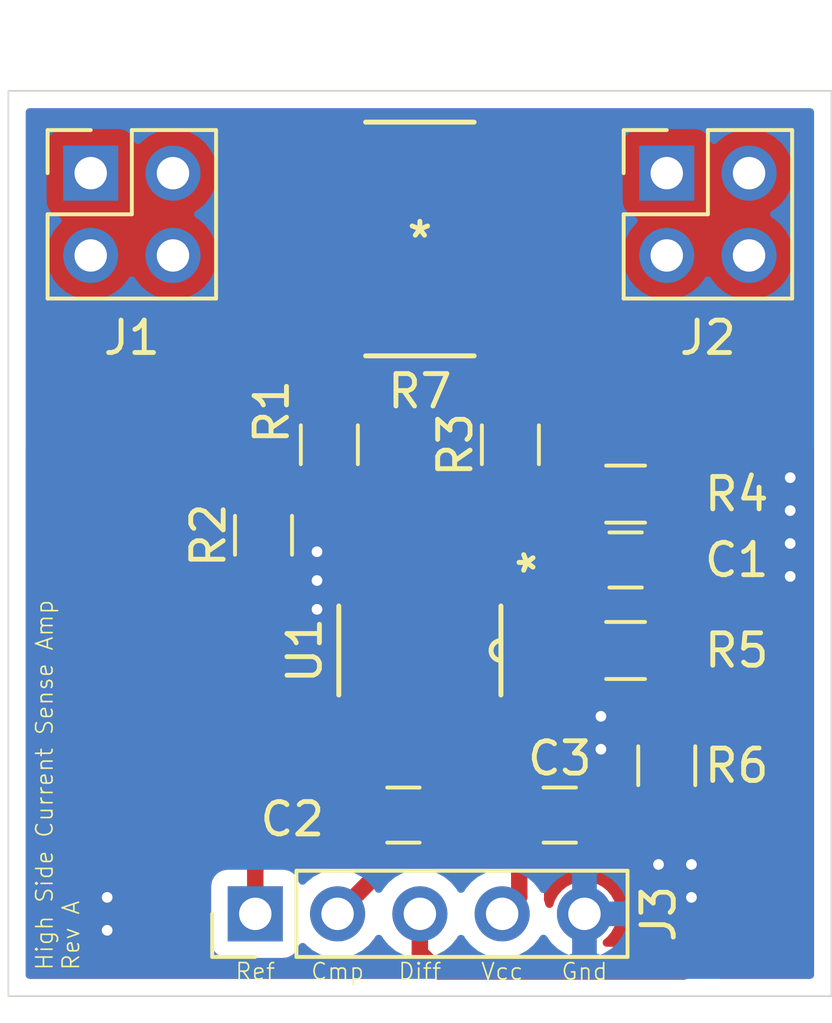
<source format=kicad_pcb>
(kicad_pcb (version 20171130) (host pcbnew "(5.1.0)-1")

  (general
    (thickness 1.6)
    (drawings 10)
    (tracks 63)
    (zones 0)
    (modules 14)
    (nets 11)
  )

  (page A4)
  (layers
    (0 F.Cu signal)
    (31 B.Cu power)
    (32 B.Adhes user hide)
    (33 F.Adhes user hide)
    (34 B.Paste user hide)
    (35 F.Paste user hide)
    (36 B.SilkS user)
    (37 F.SilkS user)
    (38 B.Mask user)
    (39 F.Mask user)
    (40 Dwgs.User user hide)
    (41 Cmts.User user hide)
    (42 Eco1.User user hide)
    (43 Eco2.User user hide)
    (44 Edge.Cuts user)
    (45 Margin user)
    (46 B.CrtYd user)
    (47 F.CrtYd user)
    (48 B.Fab user)
    (49 F.Fab user)
  )

  (setup
    (last_trace_width 0.508)
    (user_trace_width 0.508)
    (trace_clearance 0.1524)
    (zone_clearance 0.508)
    (zone_45_only no)
    (trace_min 0.1524)
    (via_size 0.6858)
    (via_drill 0.3302)
    (via_min_size 0.508)
    (via_min_drill 0.254)
    (uvia_size 0.3)
    (uvia_drill 0.1)
    (uvias_allowed no)
    (uvia_min_size 0)
    (uvia_min_drill 0)
    (edge_width 0.05)
    (segment_width 0.2)
    (pcb_text_width 0.3)
    (pcb_text_size 1.5 1.5)
    (mod_edge_width 0.12)
    (mod_text_size 1 1)
    (mod_text_width 0.15)
    (pad_size 1.524 1.524)
    (pad_drill 0.762)
    (pad_to_mask_clearance 0.0508)
    (solder_mask_min_width 0.101)
    (aux_axis_origin 0 0)
    (visible_elements FFFFFF7F)
    (pcbplotparams
      (layerselection 0x010fc_ffffffff)
      (usegerberextensions false)
      (usegerberattributes false)
      (usegerberadvancedattributes false)
      (creategerberjobfile false)
      (excludeedgelayer true)
      (linewidth 0.038100)
      (plotframeref false)
      (viasonmask false)
      (mode 1)
      (useauxorigin false)
      (hpglpennumber 1)
      (hpglpenspeed 20)
      (hpglpendiameter 15.000000)
      (psnegative false)
      (psa4output false)
      (plotreference true)
      (plotvalue true)
      (plotinvisibletext false)
      (padsonsilk false)
      (subtractmaskfromsilk false)
      (outputformat 1)
      (mirror false)
      (drillshape 1)
      (scaleselection 1)
      (outputdirectory ""))
  )

  (net 0 "")
  (net 1 /Diff_Out)
  (net 2 "Net-(C1-Pad2)")
  (net 3 "Net-(C2-Pad2)")
  (net 4 /Cmp_Out)
  (net 5 GND)
  (net 6 VCC)
  (net 7 /Bus_Voltage)
  (net 8 /Load)
  (net 9 /Cmp_Ref_In)
  (net 10 "Net-(R1-Pad1)")

  (net_class Default "This is the default net class."
    (clearance 0.1524)
    (trace_width 0.1524)
    (via_dia 0.6858)
    (via_drill 0.3302)
    (uvia_dia 0.3)
    (uvia_drill 0.1)
    (add_net /Bus_Voltage)
    (add_net /Cmp_Out)
    (add_net /Cmp_Ref_In)
    (add_net /Diff_Out)
    (add_net /Load)
    (add_net GND)
    (add_net "Net-(C1-Pad2)")
    (add_net "Net-(C2-Pad2)")
    (add_net "Net-(R1-Pad1)")
    (add_net VCC)
  )

  (net_class VCC ""
    (clearance 0.254)
    (trace_width 0.508)
    (via_dia 1.016)
    (via_drill 0.508)
    (uvia_dia 0.3)
    (uvia_drill 0.1)
  )

  (module Pin_Headers:Pin_Header_Straight_2x02_Pitch2.54mm (layer F.Cu) (tedit 59650532) (tstamp 601B7786)
    (at 121.92 66.04)
    (descr "Through hole straight pin header, 2x02, 2.54mm pitch, double rows")
    (tags "Through hole pin header THT 2x02 2.54mm double row")
    (path /602C6064)
    (fp_text reference J2 (at 1.27 5.08) (layer F.SilkS)
      (effects (font (size 1 1) (thickness 0.15)))
    )
    (fp_text value Conn_01x04_Male (at 1.27 4.87) (layer F.Fab) hide
      (effects (font (size 1 1) (thickness 0.15)))
    )
    (fp_line (start 0 -1.27) (end 3.81 -1.27) (layer F.Fab) (width 0.1))
    (fp_line (start 3.81 -1.27) (end 3.81 3.81) (layer F.Fab) (width 0.1))
    (fp_line (start 3.81 3.81) (end -1.27 3.81) (layer F.Fab) (width 0.1))
    (fp_line (start -1.27 3.81) (end -1.27 0) (layer F.Fab) (width 0.1))
    (fp_line (start -1.27 0) (end 0 -1.27) (layer F.Fab) (width 0.1))
    (fp_line (start -1.33 3.87) (end 3.87 3.87) (layer F.SilkS) (width 0.12))
    (fp_line (start -1.33 1.27) (end -1.33 3.87) (layer F.SilkS) (width 0.12))
    (fp_line (start 3.87 -1.33) (end 3.87 3.87) (layer F.SilkS) (width 0.12))
    (fp_line (start -1.33 1.27) (end 1.27 1.27) (layer F.SilkS) (width 0.12))
    (fp_line (start 1.27 1.27) (end 1.27 -1.33) (layer F.SilkS) (width 0.12))
    (fp_line (start 1.27 -1.33) (end 3.87 -1.33) (layer F.SilkS) (width 0.12))
    (fp_line (start -1.33 0) (end -1.33 -1.33) (layer F.SilkS) (width 0.12))
    (fp_line (start -1.33 -1.33) (end 0 -1.33) (layer F.SilkS) (width 0.12))
    (fp_line (start -1.8 -1.8) (end -1.8 4.35) (layer F.CrtYd) (width 0.05))
    (fp_line (start -1.8 4.35) (end 4.35 4.35) (layer F.CrtYd) (width 0.05))
    (fp_line (start 4.35 4.35) (end 4.35 -1.8) (layer F.CrtYd) (width 0.05))
    (fp_line (start 4.35 -1.8) (end -1.8 -1.8) (layer F.CrtYd) (width 0.05))
    (fp_text user %R (at 1.27 1.27 90) (layer F.Fab)
      (effects (font (size 1 1) (thickness 0.15)))
    )
    (pad 1 thru_hole rect (at 0 0) (size 1.7 1.7) (drill 1) (layers *.Cu *.Mask)
      (net 8 /Load))
    (pad 2 thru_hole oval (at 2.54 0) (size 1.7 1.7) (drill 1) (layers *.Cu *.Mask)
      (net 8 /Load))
    (pad 3 thru_hole oval (at 0 2.54) (size 1.7 1.7) (drill 1) (layers *.Cu *.Mask)
      (net 8 /Load))
    (pad 4 thru_hole oval (at 2.54 2.54) (size 1.7 1.7) (drill 1) (layers *.Cu *.Mask)
      (net 8 /Load))
    (model ${KISYS3DMOD}/Pin_Headers.3dshapes/Pin_Header_Straight_2x02_Pitch2.54mm.wrl
      (at (xyz 0 0 0))
      (scale (xyz 1 1 1))
      (rotate (xyz 0 0 0))
    )
  )

  (module Pin_Headers:Pin_Header_Straight_2x02_Pitch2.54mm (layer F.Cu) (tedit 59650532) (tstamp 601CA799)
    (at 104.14 66.04)
    (descr "Through hole straight pin header, 2x02, 2.54mm pitch, double rows")
    (tags "Through hole pin header THT 2x02 2.54mm double row")
    (path /602B6F0F)
    (fp_text reference J1 (at 1.27 5.08) (layer F.SilkS)
      (effects (font (size 1 1) (thickness 0.15)))
    )
    (fp_text value Conn_01x04_Male (at 1.27 4.87) (layer F.Fab) hide
      (effects (font (size 1 1) (thickness 0.15)))
    )
    (fp_line (start 0 -1.27) (end 3.81 -1.27) (layer F.Fab) (width 0.1))
    (fp_line (start 3.81 -1.27) (end 3.81 3.81) (layer F.Fab) (width 0.1))
    (fp_line (start 3.81 3.81) (end -1.27 3.81) (layer F.Fab) (width 0.1))
    (fp_line (start -1.27 3.81) (end -1.27 0) (layer F.Fab) (width 0.1))
    (fp_line (start -1.27 0) (end 0 -1.27) (layer F.Fab) (width 0.1))
    (fp_line (start -1.33 3.87) (end 3.87 3.87) (layer F.SilkS) (width 0.12))
    (fp_line (start -1.33 1.27) (end -1.33 3.87) (layer F.SilkS) (width 0.12))
    (fp_line (start 3.87 -1.33) (end 3.87 3.87) (layer F.SilkS) (width 0.12))
    (fp_line (start -1.33 1.27) (end 1.27 1.27) (layer F.SilkS) (width 0.12))
    (fp_line (start 1.27 1.27) (end 1.27 -1.33) (layer F.SilkS) (width 0.12))
    (fp_line (start 1.27 -1.33) (end 3.87 -1.33) (layer F.SilkS) (width 0.12))
    (fp_line (start -1.33 0) (end -1.33 -1.33) (layer F.SilkS) (width 0.12))
    (fp_line (start -1.33 -1.33) (end 0 -1.33) (layer F.SilkS) (width 0.12))
    (fp_line (start -1.8 -1.8) (end -1.8 4.35) (layer F.CrtYd) (width 0.05))
    (fp_line (start -1.8 4.35) (end 4.35 4.35) (layer F.CrtYd) (width 0.05))
    (fp_line (start 4.35 4.35) (end 4.35 -1.8) (layer F.CrtYd) (width 0.05))
    (fp_line (start 4.35 -1.8) (end -1.8 -1.8) (layer F.CrtYd) (width 0.05))
    (fp_text user %R (at 1.27 1.27 90) (layer F.Fab)
      (effects (font (size 1 1) (thickness 0.15)))
    )
    (pad 1 thru_hole rect (at 0 0) (size 1.7 1.7) (drill 1) (layers *.Cu *.Mask)
      (net 7 /Bus_Voltage))
    (pad 2 thru_hole oval (at 2.54 0) (size 1.7 1.7) (drill 1) (layers *.Cu *.Mask)
      (net 7 /Bus_Voltage))
    (pad 3 thru_hole oval (at 0 2.54) (size 1.7 1.7) (drill 1) (layers *.Cu *.Mask)
      (net 7 /Bus_Voltage))
    (pad 4 thru_hole oval (at 2.54 2.54) (size 1.7 1.7) (drill 1) (layers *.Cu *.Mask)
      (net 7 /Bus_Voltage))
    (model ${KISYS3DMOD}/Pin_Headers.3dshapes/Pin_Header_Straight_2x02_Pitch2.54mm.wrl
      (at (xyz 0 0 0))
      (scale (xyz 1 1 1))
      (rotate (xyz 0 0 0))
    )
  )

  (module Pin_Headers:Pin_Header_Straight_1x05_Pitch2.54mm (layer F.Cu) (tedit 59650532) (tstamp 601B4E60)
    (at 109.22 88.9 90)
    (descr "Through hole straight pin header, 1x05, 2.54mm pitch, single row")
    (tags "Through hole pin header THT 1x05 2.54mm single row")
    (path /6023F662)
    (fp_text reference J3 (at 0 12.446 90) (layer F.SilkS)
      (effects (font (size 1 1) (thickness 0.15)))
    )
    (fp_text value Conn_01x05_Male (at 0 12.49 90) (layer F.Fab) hide
      (effects (font (size 1 1) (thickness 0.15)))
    )
    (fp_line (start -0.635 -1.27) (end 1.27 -1.27) (layer F.Fab) (width 0.1))
    (fp_line (start 1.27 -1.27) (end 1.27 11.43) (layer F.Fab) (width 0.1))
    (fp_line (start 1.27 11.43) (end -1.27 11.43) (layer F.Fab) (width 0.1))
    (fp_line (start -1.27 11.43) (end -1.27 -0.635) (layer F.Fab) (width 0.1))
    (fp_line (start -1.27 -0.635) (end -0.635 -1.27) (layer F.Fab) (width 0.1))
    (fp_line (start -1.33 11.49) (end 1.33 11.49) (layer F.SilkS) (width 0.12))
    (fp_line (start -1.33 1.27) (end -1.33 11.49) (layer F.SilkS) (width 0.12))
    (fp_line (start 1.33 1.27) (end 1.33 11.49) (layer F.SilkS) (width 0.12))
    (fp_line (start -1.33 1.27) (end 1.33 1.27) (layer F.SilkS) (width 0.12))
    (fp_line (start -1.33 0) (end -1.33 -1.33) (layer F.SilkS) (width 0.12))
    (fp_line (start -1.33 -1.33) (end 0 -1.33) (layer F.SilkS) (width 0.12))
    (fp_line (start -1.8 -1.8) (end -1.8 11.95) (layer F.CrtYd) (width 0.05))
    (fp_line (start -1.8 11.95) (end 1.8 11.95) (layer F.CrtYd) (width 0.05))
    (fp_line (start 1.8 11.95) (end 1.8 -1.8) (layer F.CrtYd) (width 0.05))
    (fp_line (start 1.8 -1.8) (end -1.8 -1.8) (layer F.CrtYd) (width 0.05))
    (fp_text user %R (at 0 5.08 180) (layer F.Fab)
      (effects (font (size 1 1) (thickness 0.15)))
    )
    (pad 1 thru_hole rect (at 0 0 90) (size 1.7 1.7) (drill 1) (layers *.Cu *.Mask)
      (net 9 /Cmp_Ref_In))
    (pad 2 thru_hole oval (at 0 2.54 90) (size 1.7 1.7) (drill 1) (layers *.Cu *.Mask)
      (net 4 /Cmp_Out))
    (pad 3 thru_hole oval (at 0 5.08 90) (size 1.7 1.7) (drill 1) (layers *.Cu *.Mask)
      (net 1 /Diff_Out))
    (pad 4 thru_hole oval (at 0 7.62 90) (size 1.7 1.7) (drill 1) (layers *.Cu *.Mask)
      (net 6 VCC))
    (pad 5 thru_hole oval (at 0 10.16 90) (size 1.7 1.7) (drill 1) (layers *.Cu *.Mask)
      (net 5 GND))
    (model ${KISYS3DMOD}/Pin_Headers.3dshapes/Pin_Header_Straight_1x05_Pitch2.54mm.wrl
      (at (xyz 0 0 0))
      (scale (xyz 1 1 1))
      (rotate (xyz 0 0 0))
    )
  )

  (module Capacitors_SMD:C_0805_HandSoldering (layer F.Cu) (tedit 58AA84A8) (tstamp 601B4DCE)
    (at 120.65 77.978 180)
    (descr "Capacitor SMD 0805, hand soldering")
    (tags "capacitor 0805")
    (path /602286D5)
    (attr smd)
    (fp_text reference C1 (at -3.429 0 180) (layer F.SilkS)
      (effects (font (size 1 1) (thickness 0.15)))
    )
    (fp_text value 1nF (at 0 1.75 180) (layer F.Fab) hide
      (effects (font (size 1 1) (thickness 0.15)))
    )
    (fp_text user %R (at -0.127 0 180) (layer F.Fab)
      (effects (font (size 0.5 0.5) (thickness 0.075)))
    )
    (fp_line (start -1 0.62) (end -1 -0.62) (layer F.Fab) (width 0.1))
    (fp_line (start 1 0.62) (end -1 0.62) (layer F.Fab) (width 0.1))
    (fp_line (start 1 -0.62) (end 1 0.62) (layer F.Fab) (width 0.1))
    (fp_line (start -1 -0.62) (end 1 -0.62) (layer F.Fab) (width 0.1))
    (fp_line (start 0.5 -0.85) (end -0.5 -0.85) (layer F.SilkS) (width 0.12))
    (fp_line (start -0.5 0.85) (end 0.5 0.85) (layer F.SilkS) (width 0.12))
    (fp_line (start -2.25 -0.88) (end 2.25 -0.88) (layer F.CrtYd) (width 0.05))
    (fp_line (start -2.25 -0.88) (end -2.25 0.87) (layer F.CrtYd) (width 0.05))
    (fp_line (start 2.25 0.87) (end 2.25 -0.88) (layer F.CrtYd) (width 0.05))
    (fp_line (start 2.25 0.87) (end -2.25 0.87) (layer F.CrtYd) (width 0.05))
    (pad 1 smd rect (at -1.25 0 180) (size 1.5 1.25) (layers F.Cu F.Paste F.Mask)
      (net 1 /Diff_Out))
    (pad 2 smd rect (at 1.25 0 180) (size 1.5 1.25) (layers F.Cu F.Paste F.Mask)
      (net 2 "Net-(C1-Pad2)"))
    (model Capacitors_SMD.3dshapes/C_0805.wrl
      (at (xyz 0 0 0))
      (scale (xyz 1 1 1))
      (rotate (xyz 0 0 0))
    )
  )

  (module Capacitors_SMD:C_0805_HandSoldering (layer F.Cu) (tedit 58AA84A8) (tstamp 601B4DDF)
    (at 113.792 85.852 180)
    (descr "Capacitor SMD 0805, hand soldering")
    (tags "capacitor 0805")
    (path /602310D6)
    (attr smd)
    (fp_text reference C2 (at 3.429 -0.127 180) (layer F.SilkS)
      (effects (font (size 1 1) (thickness 0.15)))
    )
    (fp_text value 1nF (at 0 1.75 180) (layer F.Fab) hide
      (effects (font (size 1 1) (thickness 0.15)))
    )
    (fp_line (start 2.25 0.87) (end -2.25 0.87) (layer F.CrtYd) (width 0.05))
    (fp_line (start 2.25 0.87) (end 2.25 -0.88) (layer F.CrtYd) (width 0.05))
    (fp_line (start -2.25 -0.88) (end -2.25 0.87) (layer F.CrtYd) (width 0.05))
    (fp_line (start -2.25 -0.88) (end 2.25 -0.88) (layer F.CrtYd) (width 0.05))
    (fp_line (start -0.5 0.85) (end 0.5 0.85) (layer F.SilkS) (width 0.12))
    (fp_line (start 0.5 -0.85) (end -0.5 -0.85) (layer F.SilkS) (width 0.12))
    (fp_line (start -1 -0.62) (end 1 -0.62) (layer F.Fab) (width 0.1))
    (fp_line (start 1 -0.62) (end 1 0.62) (layer F.Fab) (width 0.1))
    (fp_line (start 1 0.62) (end -1 0.62) (layer F.Fab) (width 0.1))
    (fp_line (start -1 0.62) (end -1 -0.62) (layer F.Fab) (width 0.1))
    (fp_text user %R (at 0 -0.127 180) (layer F.Fab)
      (effects (font (size 0.5 0.5) (thickness 0.075)))
    )
    (pad 2 smd rect (at 1.25 0 180) (size 1.5 1.25) (layers F.Cu F.Paste F.Mask)
      (net 3 "Net-(C2-Pad2)"))
    (pad 1 smd rect (at -1.25 0 180) (size 1.5 1.25) (layers F.Cu F.Paste F.Mask)
      (net 4 /Cmp_Out))
    (model Capacitors_SMD.3dshapes/C_0805.wrl
      (at (xyz 0 0 0))
      (scale (xyz 1 1 1))
      (rotate (xyz 0 0 0))
    )
  )

  (module Capacitors_SMD:C_0805_HandSoldering (layer F.Cu) (tedit 58AA84A8) (tstamp 601B4DF0)
    (at 118.618 85.852)
    (descr "Capacitor SMD 0805, hand soldering")
    (tags "capacitor 0805")
    (path /6020F9DC)
    (attr smd)
    (fp_text reference C3 (at 0 -1.75) (layer F.SilkS)
      (effects (font (size 1 1) (thickness 0.15)))
    )
    (fp_text value 0.1uF (at 0 1.75) (layer F.Fab) hide
      (effects (font (size 1 1) (thickness 0.15)))
    )
    (fp_line (start 2.25 0.87) (end -2.25 0.87) (layer F.CrtYd) (width 0.05))
    (fp_line (start 2.25 0.87) (end 2.25 -0.88) (layer F.CrtYd) (width 0.05))
    (fp_line (start -2.25 -0.88) (end -2.25 0.87) (layer F.CrtYd) (width 0.05))
    (fp_line (start -2.25 -0.88) (end 2.25 -0.88) (layer F.CrtYd) (width 0.05))
    (fp_line (start -0.5 0.85) (end 0.5 0.85) (layer F.SilkS) (width 0.12))
    (fp_line (start 0.5 -0.85) (end -0.5 -0.85) (layer F.SilkS) (width 0.12))
    (fp_line (start -1 -0.62) (end 1 -0.62) (layer F.Fab) (width 0.1))
    (fp_line (start 1 -0.62) (end 1 0.62) (layer F.Fab) (width 0.1))
    (fp_line (start 1 0.62) (end -1 0.62) (layer F.Fab) (width 0.1))
    (fp_line (start -1 0.62) (end -1 -0.62) (layer F.Fab) (width 0.1))
    (fp_text user %R (at 0 -1.75) (layer F.Fab)
      (effects (font (size 1 1) (thickness 0.15)))
    )
    (pad 2 smd rect (at 1.25 0) (size 1.5 1.25) (layers F.Cu F.Paste F.Mask)
      (net 5 GND))
    (pad 1 smd rect (at -1.25 0) (size 1.5 1.25) (layers F.Cu F.Paste F.Mask)
      (net 6 VCC))
    (model Capacitors_SMD.3dshapes/C_0805.wrl
      (at (xyz 0 0 0))
      (scale (xyz 1 1 1))
      (rotate (xyz 0 0 0))
    )
  )

  (module Resistors_SMD:R_0805_HandSoldering (layer F.Cu) (tedit 58E0A804) (tstamp 601B4E71)
    (at 111.506 74.422 90)
    (descr "Resistor SMD 0805, hand soldering")
    (tags "resistor 0805")
    (path /601B67CB)
    (attr smd)
    (fp_text reference R1 (at 1.016 -1.778 90) (layer F.SilkS)
      (effects (font (size 1 1) (thickness 0.15)))
    )
    (fp_text value 1k (at 0 1.75 90) (layer F.Fab) hide
      (effects (font (size 1 1) (thickness 0.15)))
    )
    (fp_text user %R (at 0 0 90) (layer F.Fab)
      (effects (font (size 0.5 0.5) (thickness 0.075)))
    )
    (fp_line (start -1 0.62) (end -1 -0.62) (layer F.Fab) (width 0.1))
    (fp_line (start 1 0.62) (end -1 0.62) (layer F.Fab) (width 0.1))
    (fp_line (start 1 -0.62) (end 1 0.62) (layer F.Fab) (width 0.1))
    (fp_line (start -1 -0.62) (end 1 -0.62) (layer F.Fab) (width 0.1))
    (fp_line (start 0.6 0.88) (end -0.6 0.88) (layer F.SilkS) (width 0.12))
    (fp_line (start -0.6 -0.88) (end 0.6 -0.88) (layer F.SilkS) (width 0.12))
    (fp_line (start -2.35 -0.9) (end 2.35 -0.9) (layer F.CrtYd) (width 0.05))
    (fp_line (start -2.35 -0.9) (end -2.35 0.9) (layer F.CrtYd) (width 0.05))
    (fp_line (start 2.35 0.9) (end 2.35 -0.9) (layer F.CrtYd) (width 0.05))
    (fp_line (start 2.35 0.9) (end -2.35 0.9) (layer F.CrtYd) (width 0.05))
    (pad 1 smd rect (at -1.35 0 90) (size 1.5 1.3) (layers F.Cu F.Paste F.Mask)
      (net 10 "Net-(R1-Pad1)"))
    (pad 2 smd rect (at 1.35 0 90) (size 1.5 1.3) (layers F.Cu F.Paste F.Mask)
      (net 7 /Bus_Voltage))
    (model ${KISYS3DMOD}/Resistors_SMD.3dshapes/R_0805.wrl
      (at (xyz 0 0 0))
      (scale (xyz 1 1 1))
      (rotate (xyz 0 0 0))
    )
  )

  (module Resistors_SMD:R_0805_HandSoldering (layer F.Cu) (tedit 58E0A804) (tstamp 601B6CCF)
    (at 109.474 77.216 90)
    (descr "Resistor SMD 0805, hand soldering")
    (tags "resistor 0805")
    (path /601B2C18)
    (attr smd)
    (fp_text reference R2 (at 0 -1.7 90) (layer F.SilkS)
      (effects (font (size 1 1) (thickness 0.15)))
    )
    (fp_text value 20k (at 0 1.75 90) (layer F.Fab) hide
      (effects (font (size 1 1) (thickness 0.15)))
    )
    (fp_line (start 2.35 0.9) (end -2.35 0.9) (layer F.CrtYd) (width 0.05))
    (fp_line (start 2.35 0.9) (end 2.35 -0.9) (layer F.CrtYd) (width 0.05))
    (fp_line (start -2.35 -0.9) (end -2.35 0.9) (layer F.CrtYd) (width 0.05))
    (fp_line (start -2.35 -0.9) (end 2.35 -0.9) (layer F.CrtYd) (width 0.05))
    (fp_line (start -0.6 -0.88) (end 0.6 -0.88) (layer F.SilkS) (width 0.12))
    (fp_line (start 0.6 0.88) (end -0.6 0.88) (layer F.SilkS) (width 0.12))
    (fp_line (start -1 -0.62) (end 1 -0.62) (layer F.Fab) (width 0.1))
    (fp_line (start 1 -0.62) (end 1 0.62) (layer F.Fab) (width 0.1))
    (fp_line (start 1 0.62) (end -1 0.62) (layer F.Fab) (width 0.1))
    (fp_line (start -1 0.62) (end -1 -0.62) (layer F.Fab) (width 0.1))
    (fp_text user %R (at 0 0 90) (layer F.Fab)
      (effects (font (size 0.5 0.5) (thickness 0.075)))
    )
    (pad 2 smd rect (at 1.35 0 90) (size 1.5 1.3) (layers F.Cu F.Paste F.Mask)
      (net 10 "Net-(R1-Pad1)"))
    (pad 1 smd rect (at -1.35 0 90) (size 1.5 1.3) (layers F.Cu F.Paste F.Mask)
      (net 5 GND))
    (model ${KISYS3DMOD}/Resistors_SMD.3dshapes/R_0805.wrl
      (at (xyz 0 0 0))
      (scale (xyz 1 1 1))
      (rotate (xyz 0 0 0))
    )
  )

  (module Resistors_SMD:R_0805_HandSoldering (layer F.Cu) (tedit 58E0A804) (tstamp 601B4E93)
    (at 117.094 74.422 90)
    (descr "Resistor SMD 0805, hand soldering")
    (tags "resistor 0805")
    (path /601B43FB)
    (attr smd)
    (fp_text reference R3 (at 0 -1.7 90) (layer F.SilkS)
      (effects (font (size 1 1) (thickness 0.15)))
    )
    (fp_text value 1k (at 0 1.75 90) (layer F.Fab) hide
      (effects (font (size 1 1) (thickness 0.15)))
    )
    (fp_text user %R (at 0 0 90) (layer F.Fab)
      (effects (font (size 0.5 0.5) (thickness 0.075)))
    )
    (fp_line (start -1 0.62) (end -1 -0.62) (layer F.Fab) (width 0.1))
    (fp_line (start 1 0.62) (end -1 0.62) (layer F.Fab) (width 0.1))
    (fp_line (start 1 -0.62) (end 1 0.62) (layer F.Fab) (width 0.1))
    (fp_line (start -1 -0.62) (end 1 -0.62) (layer F.Fab) (width 0.1))
    (fp_line (start 0.6 0.88) (end -0.6 0.88) (layer F.SilkS) (width 0.12))
    (fp_line (start -0.6 -0.88) (end 0.6 -0.88) (layer F.SilkS) (width 0.12))
    (fp_line (start -2.35 -0.9) (end 2.35 -0.9) (layer F.CrtYd) (width 0.05))
    (fp_line (start -2.35 -0.9) (end -2.35 0.9) (layer F.CrtYd) (width 0.05))
    (fp_line (start 2.35 0.9) (end 2.35 -0.9) (layer F.CrtYd) (width 0.05))
    (fp_line (start 2.35 0.9) (end -2.35 0.9) (layer F.CrtYd) (width 0.05))
    (pad 1 smd rect (at -1.35 0 90) (size 1.5 1.3) (layers F.Cu F.Paste F.Mask)
      (net 2 "Net-(C1-Pad2)"))
    (pad 2 smd rect (at 1.35 0 90) (size 1.5 1.3) (layers F.Cu F.Paste F.Mask)
      (net 8 /Load))
    (model ${KISYS3DMOD}/Resistors_SMD.3dshapes/R_0805.wrl
      (at (xyz 0 0 0))
      (scale (xyz 1 1 1))
      (rotate (xyz 0 0 0))
    )
  )

  (module Resistors_SMD:R_0805_HandSoldering (layer F.Cu) (tedit 58E0A804) (tstamp 601B4EA4)
    (at 120.65 75.946 180)
    (descr "Resistor SMD 0805, hand soldering")
    (tags "resistor 0805")
    (path /601B56B7)
    (attr smd)
    (fp_text reference R4 (at -3.429 0 180) (layer F.SilkS)
      (effects (font (size 1 1) (thickness 0.15)))
    )
    (fp_text value 20k (at 0 1.75 180) (layer F.Fab) hide
      (effects (font (size 1 1) (thickness 0.15)))
    )
    (fp_line (start 2.35 0.9) (end -2.35 0.9) (layer F.CrtYd) (width 0.05))
    (fp_line (start 2.35 0.9) (end 2.35 -0.9) (layer F.CrtYd) (width 0.05))
    (fp_line (start -2.35 -0.9) (end -2.35 0.9) (layer F.CrtYd) (width 0.05))
    (fp_line (start -2.35 -0.9) (end 2.35 -0.9) (layer F.CrtYd) (width 0.05))
    (fp_line (start -0.6 -0.88) (end 0.6 -0.88) (layer F.SilkS) (width 0.12))
    (fp_line (start 0.6 0.88) (end -0.6 0.88) (layer F.SilkS) (width 0.12))
    (fp_line (start -1 -0.62) (end 1 -0.62) (layer F.Fab) (width 0.1))
    (fp_line (start 1 -0.62) (end 1 0.62) (layer F.Fab) (width 0.1))
    (fp_line (start 1 0.62) (end -1 0.62) (layer F.Fab) (width 0.1))
    (fp_line (start -1 0.62) (end -1 -0.62) (layer F.Fab) (width 0.1))
    (fp_text user %R (at 0 0 180) (layer F.Fab)
      (effects (font (size 0.5 0.5) (thickness 0.075)))
    )
    (pad 2 smd rect (at 1.35 0 180) (size 1.5 1.3) (layers F.Cu F.Paste F.Mask)
      (net 2 "Net-(C1-Pad2)"))
    (pad 1 smd rect (at -1.35 0 180) (size 1.5 1.3) (layers F.Cu F.Paste F.Mask)
      (net 1 /Diff_Out))
    (model ${KISYS3DMOD}/Resistors_SMD.3dshapes/R_0805.wrl
      (at (xyz 0 0 0))
      (scale (xyz 1 1 1))
      (rotate (xyz 0 0 0))
    )
  )

  (module Resistors_SMD:R_0805_HandSoldering (layer F.Cu) (tedit 58E0A804) (tstamp 601B4EB5)
    (at 120.65 80.772)
    (descr "Resistor SMD 0805, hand soldering")
    (tags "resistor 0805")
    (path /601DDB5F)
    (attr smd)
    (fp_text reference R5 (at 3.429 0) (layer F.SilkS)
      (effects (font (size 1 1) (thickness 0.15)))
    )
    (fp_text value 10k (at 0 1.75) (layer F.Fab) hide
      (effects (font (size 1 1) (thickness 0.15)))
    )
    (fp_line (start 2.35 0.9) (end -2.35 0.9) (layer F.CrtYd) (width 0.05))
    (fp_line (start 2.35 0.9) (end 2.35 -0.9) (layer F.CrtYd) (width 0.05))
    (fp_line (start -2.35 -0.9) (end -2.35 0.9) (layer F.CrtYd) (width 0.05))
    (fp_line (start -2.35 -0.9) (end 2.35 -0.9) (layer F.CrtYd) (width 0.05))
    (fp_line (start -0.6 -0.88) (end 0.6 -0.88) (layer F.SilkS) (width 0.12))
    (fp_line (start 0.6 0.88) (end -0.6 0.88) (layer F.SilkS) (width 0.12))
    (fp_line (start -1 -0.62) (end 1 -0.62) (layer F.Fab) (width 0.1))
    (fp_line (start 1 -0.62) (end 1 0.62) (layer F.Fab) (width 0.1))
    (fp_line (start 1 0.62) (end -1 0.62) (layer F.Fab) (width 0.1))
    (fp_line (start -1 0.62) (end -1 -0.62) (layer F.Fab) (width 0.1))
    (fp_text user %R (at 0 0) (layer F.Fab)
      (effects (font (size 0.5 0.5) (thickness 0.075)))
    )
    (pad 2 smd rect (at 1.35 0) (size 1.5 1.3) (layers F.Cu F.Paste F.Mask)
      (net 1 /Diff_Out))
    (pad 1 smd rect (at -1.35 0) (size 1.5 1.3) (layers F.Cu F.Paste F.Mask)
      (net 3 "Net-(C2-Pad2)"))
    (model ${KISYS3DMOD}/Resistors_SMD.3dshapes/R_0805.wrl
      (at (xyz 0 0 0))
      (scale (xyz 1 1 1))
      (rotate (xyz 0 0 0))
    )
  )

  (module Resistors_SMD:R_0805_HandSoldering (layer F.Cu) (tedit 58E0A804) (tstamp 601B4EC6)
    (at 121.92 84.328 90)
    (descr "Resistor SMD 0805, hand soldering")
    (tags "resistor 0805")
    (path /601F01F4)
    (attr smd)
    (fp_text reference R6 (at 0 2.159 180) (layer F.SilkS)
      (effects (font (size 1 1) (thickness 0.15)))
    )
    (fp_text value 47k (at 0 1.75 90) (layer F.Fab) hide
      (effects (font (size 1 1) (thickness 0.15)))
    )
    (fp_text user %R (at 0 0 90) (layer F.Fab)
      (effects (font (size 0.5 0.5) (thickness 0.075)))
    )
    (fp_line (start -1 0.62) (end -1 -0.62) (layer F.Fab) (width 0.1))
    (fp_line (start 1 0.62) (end -1 0.62) (layer F.Fab) (width 0.1))
    (fp_line (start 1 -0.62) (end 1 0.62) (layer F.Fab) (width 0.1))
    (fp_line (start -1 -0.62) (end 1 -0.62) (layer F.Fab) (width 0.1))
    (fp_line (start 0.6 0.88) (end -0.6 0.88) (layer F.SilkS) (width 0.12))
    (fp_line (start -0.6 -0.88) (end 0.6 -0.88) (layer F.SilkS) (width 0.12))
    (fp_line (start -2.35 -0.9) (end 2.35 -0.9) (layer F.CrtYd) (width 0.05))
    (fp_line (start -2.35 -0.9) (end -2.35 0.9) (layer F.CrtYd) (width 0.05))
    (fp_line (start 2.35 0.9) (end 2.35 -0.9) (layer F.CrtYd) (width 0.05))
    (fp_line (start 2.35 0.9) (end -2.35 0.9) (layer F.CrtYd) (width 0.05))
    (pad 1 smd rect (at -1.35 0 90) (size 1.5 1.3) (layers F.Cu F.Paste F.Mask)
      (net 5 GND))
    (pad 2 smd rect (at 1.35 0 90) (size 1.5 1.3) (layers F.Cu F.Paste F.Mask)
      (net 1 /Diff_Out))
    (model ${KISYS3DMOD}/Resistors_SMD.3dshapes/R_0805.wrl
      (at (xyz 0 0 0))
      (scale (xyz 1 1 1))
      (rotate (xyz 0 0 0))
    )
  )

  (module Current_Sense_Module:PCS2728DR1000ET (layer F.Cu) (tedit 0) (tstamp 601B9488)
    (at 114.3 68.072 180)
    (path /601B083C)
    (fp_text reference R7 (at 0 -4.699 180) (layer F.SilkS)
      (effects (font (size 1 1) (thickness 0.15)))
    )
    (fp_text value 0R1 (at 0 0 180) (layer F.SilkS) hide
      (effects (font (size 1 1) (thickness 0.15)))
    )
    (fp_text user "Copyright 2016 Accelerated Designs. All rights reserved." (at 0 0 180) (layer Cmts.User)
      (effects (font (size 0.127 0.127) (thickness 0.002)))
    )
    (fp_text user * (at 0 0 180) (layer F.SilkS)
      (effects (font (size 1 1) (thickness 0.15)))
    )
    (fp_text user * (at 0 0 180) (layer F.Fab)
      (effects (font (size 1 1) (thickness 0.15)))
    )
    (fp_text user 0.274in/6.96mm (at 6.477 0 180) (layer Dwgs.User)
      (effects (font (size 1 1) (thickness 0.15)))
    )
    (fp_text user 0.286in/7.264mm (at 0 -6.5278 180) (layer Dwgs.User)
      (effects (font (size 1 1) (thickness 0.15)))
    )
    (fp_text user 0.156in/3.962mm (at 0 6.5278 180) (layer Dwgs.User)
      (effects (font (size 1 1) (thickness 0.15)))
    )
    (fp_line (start -1.9812 3.4798) (end -1.9812 -3.4798) (layer F.Fab) (width 0.1524))
    (fp_line (start -1.9812 -3.4798) (end -3.429 -3.4798) (layer F.Fab) (width 0.1524))
    (fp_line (start -3.429 -3.4798) (end -3.429 3.4798) (layer F.Fab) (width 0.1524))
    (fp_line (start -3.429 3.4798) (end -1.9812 3.4798) (layer F.Fab) (width 0.1524))
    (fp_line (start 1.9812 -3.4798) (end 1.9812 3.4798) (layer F.Fab) (width 0.1524))
    (fp_line (start 1.9812 3.4798) (end 3.429 3.4798) (layer F.Fab) (width 0.1524))
    (fp_line (start 3.429 3.4798) (end 3.429 -3.4798) (layer F.Fab) (width 0.1524))
    (fp_line (start 3.429 -3.4798) (end 1.9812 -3.4798) (layer F.Fab) (width 0.1524))
    (fp_line (start -1.67365 3.6068) (end 1.67365 3.6068) (layer F.SilkS) (width 0.1524))
    (fp_line (start 1.67365 -3.6068) (end -1.67365 -3.6068) (layer F.SilkS) (width 0.1524))
    (fp_line (start -3.429 3.4798) (end 3.429 3.4798) (layer F.Fab) (width 0.1524))
    (fp_line (start 3.429 3.4798) (end 3.429 -3.4798) (layer F.Fab) (width 0.1524))
    (fp_line (start 3.429 -3.4798) (end -3.429 -3.4798) (layer F.Fab) (width 0.1524))
    (fp_line (start -3.429 -3.4798) (end -3.429 3.4798) (layer F.Fab) (width 0.1524))
    (fp_line (start -3.8862 3.7338) (end -3.8862 -3.7338) (layer F.CrtYd) (width 0.1524))
    (fp_line (start -3.8862 -3.7338) (end 3.8862 -3.7338) (layer F.CrtYd) (width 0.1524))
    (fp_line (start 3.8862 -3.7338) (end 3.8862 3.7338) (layer F.CrtYd) (width 0.1524))
    (fp_line (start 3.8862 3.7338) (end -3.8862 3.7338) (layer F.CrtYd) (width 0.1524))
    (pad 1 smd rect (at -2.8067 0 180) (size 1.651 6.9596) (layers F.Cu F.Paste F.Mask)
      (net 8 /Load))
    (pad 2 smd rect (at 2.8067 0 180) (size 1.651 6.9596) (layers F.Cu F.Paste F.Mask)
      (net 7 /Bus_Voltage))
    (model ${KIPRJMOD}/packages/RES_PCS2728_OHM.step
      (at (xyz 0 0 0))
      (scale (xyz 1 1 1))
      (rotate (xyz 0 0 0))
    )
  )

  (module Current_Sense_Module:TLC2272IDR (layer F.Cu) (tedit 0) (tstamp 601B4F25)
    (at 114.3 80.772 270)
    (path /601A0E85)
    (fp_text reference U1 (at 0 3.556 270) (layer F.SilkS)
      (effects (font (size 1 1) (thickness 0.15)))
    )
    (fp_text value TLC2272 (at 0 0 270) (layer F.SilkS) hide
      (effects (font (size 1 1) (thickness 0.15)))
    )
    (fp_text user "Copyright 2016 Accelerated Designs. All rights reserved." (at 0 0 270) (layer Cmts.User)
      (effects (font (size 0.127 0.127) (thickness 0.002)))
    )
    (fp_text user * (at -2.7178 -3.6068 270) (layer F.SilkS)
      (effects (font (size 1 1) (thickness 0.15)))
    )
    (fp_text user * (at -2.7178 -3.6068 270) (layer F.Fab)
      (effects (font (size 1 1) (thickness 0.15)))
    )
    (fp_text user .05in/1.27mm (at -5.5118 -1.27 270) (layer Dwgs.User)
      (effects (font (size 1 1) (thickness 0.15)))
    )
    (fp_text user .022in/.559mm (at 5.5118 -1.905 270) (layer Dwgs.User)
      (effects (font (size 1 1) (thickness 0.15)))
    )
    (fp_text user .194in/4.928mm (at 0 -4.9149 270) (layer Dwgs.User)
      (effects (font (size 1 1) (thickness 0.15)))
    )
    (fp_text user .078in/1.981mm (at -2.4638 4.9149 270) (layer Dwgs.User)
      (effects (font (size 1 1) (thickness 0.15)))
    )
    (fp_text user * (at -2.7178 -3.6068 270) (layer F.Fab)
      (effects (font (size 1 1) (thickness 0.15)))
    )
    (fp_text user * (at -2.7178 -3.6068 270) (layer F.SilkS)
      (effects (font (size 1 1) (thickness 0.15)))
    )
    (fp_line (start -1.9939 -1.651) (end -1.9939 -2.159) (layer F.Fab) (width 0.1524))
    (fp_line (start -1.9939 -2.159) (end -3.0988 -2.159) (layer F.Fab) (width 0.1524))
    (fp_line (start -3.0988 -2.159) (end -3.0988 -1.651) (layer F.Fab) (width 0.1524))
    (fp_line (start -3.0988 -1.651) (end -1.9939 -1.651) (layer F.Fab) (width 0.1524))
    (fp_line (start -1.9939 -0.381) (end -1.9939 -0.889) (layer F.Fab) (width 0.1524))
    (fp_line (start -1.9939 -0.889) (end -3.0988 -0.889) (layer F.Fab) (width 0.1524))
    (fp_line (start -3.0988 -0.889) (end -3.0988 -0.381) (layer F.Fab) (width 0.1524))
    (fp_line (start -3.0988 -0.381) (end -1.9939 -0.381) (layer F.Fab) (width 0.1524))
    (fp_line (start -1.9939 0.889) (end -1.9939 0.381) (layer F.Fab) (width 0.1524))
    (fp_line (start -1.9939 0.381) (end -3.0988 0.381) (layer F.Fab) (width 0.1524))
    (fp_line (start -3.0988 0.381) (end -3.0988 0.889) (layer F.Fab) (width 0.1524))
    (fp_line (start -3.0988 0.889) (end -1.9939 0.889) (layer F.Fab) (width 0.1524))
    (fp_line (start -1.9939 2.159) (end -1.9939 1.651) (layer F.Fab) (width 0.1524))
    (fp_line (start -1.9939 1.651) (end -3.0988 1.651) (layer F.Fab) (width 0.1524))
    (fp_line (start -3.0988 1.651) (end -3.0988 2.159) (layer F.Fab) (width 0.1524))
    (fp_line (start -3.0988 2.159) (end -1.9939 2.159) (layer F.Fab) (width 0.1524))
    (fp_line (start 1.9939 1.651) (end 1.9939 2.159) (layer F.Fab) (width 0.1524))
    (fp_line (start 1.9939 2.159) (end 3.0988 2.159) (layer F.Fab) (width 0.1524))
    (fp_line (start 3.0988 2.159) (end 3.0988 1.651) (layer F.Fab) (width 0.1524))
    (fp_line (start 3.0988 1.651) (end 1.9939 1.651) (layer F.Fab) (width 0.1524))
    (fp_line (start 1.9939 0.381) (end 1.9939 0.889) (layer F.Fab) (width 0.1524))
    (fp_line (start 1.9939 0.889) (end 3.0988 0.889) (layer F.Fab) (width 0.1524))
    (fp_line (start 3.0988 0.889) (end 3.0988 0.381) (layer F.Fab) (width 0.1524))
    (fp_line (start 3.0988 0.381) (end 1.9939 0.381) (layer F.Fab) (width 0.1524))
    (fp_line (start 1.9939 -0.889) (end 1.9939 -0.381) (layer F.Fab) (width 0.1524))
    (fp_line (start 1.9939 -0.381) (end 3.0988 -0.381) (layer F.Fab) (width 0.1524))
    (fp_line (start 3.0988 -0.381) (end 3.0988 -0.889) (layer F.Fab) (width 0.1524))
    (fp_line (start 3.0988 -0.889) (end 1.9939 -0.889) (layer F.Fab) (width 0.1524))
    (fp_line (start 1.9939 -2.159) (end 1.9939 -1.651) (layer F.Fab) (width 0.1524))
    (fp_line (start 1.9939 -1.651) (end 3.0988 -1.651) (layer F.Fab) (width 0.1524))
    (fp_line (start 3.0988 -1.651) (end 3.0988 -2.159) (layer F.Fab) (width 0.1524))
    (fp_line (start 3.0988 -2.159) (end 1.9939 -2.159) (layer F.Fab) (width 0.1524))
    (fp_line (start -1.373653 2.5019) (end 1.373653 2.5019) (layer F.SilkS) (width 0.1524))
    (fp_line (start 1.373653 -2.5019) (end -1.373653 -2.5019) (layer F.SilkS) (width 0.1524))
    (fp_line (start -1.9939 2.5019) (end 1.9939 2.5019) (layer F.Fab) (width 0.1524))
    (fp_line (start 1.9939 2.5019) (end 1.9939 -2.5019) (layer F.Fab) (width 0.1524))
    (fp_line (start 1.9939 -2.5019) (end -1.9939 -2.5019) (layer F.Fab) (width 0.1524))
    (fp_line (start -1.9939 -2.5019) (end -1.9939 2.5019) (layer F.Fab) (width 0.1524))
    (fp_line (start -3.7084 2.7559) (end -3.7084 -2.7559) (layer F.CrtYd) (width 0.1524))
    (fp_line (start -3.7084 -2.7559) (end 3.7084 -2.7559) (layer F.CrtYd) (width 0.1524))
    (fp_line (start 3.7084 -2.7559) (end 3.7084 2.7559) (layer F.CrtYd) (width 0.1524))
    (fp_line (start 3.7084 2.7559) (end -3.7084 2.7559) (layer F.CrtYd) (width 0.1524))
    (fp_arc (start 0 -2.5019) (end 0.3048 -2.5019) (angle 180) (layer F.SilkS) (width 0.1524))
    (fp_arc (start 0 -2.5019) (end 0.3048 -2.5019) (angle 180) (layer F.Fab) (width 0.1524))
    (pad 1 smd rect (at -2.4638 -1.905 270) (size 1.9812 0.5588) (layers F.Cu F.Paste F.Mask)
      (net 1 /Diff_Out))
    (pad 2 smd rect (at -2.4638 -0.635 270) (size 1.9812 0.5588) (layers F.Cu F.Paste F.Mask)
      (net 2 "Net-(C1-Pad2)"))
    (pad 3 smd rect (at -2.4638 0.635 270) (size 1.9812 0.5588) (layers F.Cu F.Paste F.Mask)
      (net 10 "Net-(R1-Pad1)"))
    (pad 4 smd rect (at -2.4638 1.905 270) (size 1.9812 0.5588) (layers F.Cu F.Paste F.Mask)
      (net 5 GND))
    (pad 5 smd rect (at 2.4638 1.905 270) (size 1.9812 0.5588) (layers F.Cu F.Paste F.Mask)
      (net 9 /Cmp_Ref_In))
    (pad 6 smd rect (at 2.4638 0.635 270) (size 1.9812 0.5588) (layers F.Cu F.Paste F.Mask)
      (net 3 "Net-(C2-Pad2)"))
    (pad 7 smd rect (at 2.4638 -0.635 270) (size 1.9812 0.5588) (layers F.Cu F.Paste F.Mask)
      (net 4 /Cmp_Out))
    (pad 8 smd rect (at 2.4638 -1.905 270) (size 1.9812 0.5588) (layers F.Cu F.Paste F.Mask)
      (net 6 VCC))
    (model :Currenst_Sense_Module_packages:TLC2272.stp
      (at (xyz 0 0 0))
      (scale (xyz 1 1 1))
      (rotate (xyz 0 0 0))
    )
  )

  (gr_text Gnd (at 119.38 90.678) (layer F.SilkS)
    (effects (font (size 0.508 0.508) (thickness 0.0508)))
  )
  (gr_text Vcc (at 116.84 90.678) (layer F.SilkS)
    (effects (font (size 0.508 0.508) (thickness 0.0508)))
  )
  (gr_text Diff (at 114.3 90.678) (layer F.SilkS)
    (effects (font (size 0.508 0.508) (thickness 0.0508)))
  )
  (gr_text Cmp (at 111.76 90.678) (layer F.SilkS)
    (effects (font (size 0.508 0.508) (thickness 0.0508)))
  )
  (gr_text Ref (at 109.22 90.678) (layer F.SilkS)
    (effects (font (size 0.508 0.508) (thickness 0.0508)))
  )
  (gr_text "High Side Current Sense Amp\nRev A" (at 103.124 90.678 90) (layer F.SilkS)
    (effects (font (size 0.508 0.508) (thickness 0.0508)) (justify left))
  )
  (gr_line (start 127 63.5) (end 101.6 63.5) (layer Edge.Cuts) (width 0.05) (tstamp 601B7B3D))
  (gr_line (start 127 91.44) (end 127 63.5) (layer Edge.Cuts) (width 0.05))
  (gr_line (start 101.6 91.44) (end 127 91.44) (layer Edge.Cuts) (width 0.05))
  (gr_line (start 101.6 63.5) (end 101.6 91.44) (layer Edge.Cuts) (width 0.05))

  (segment (start 122 77.878) (end 121.9 77.978) (width 0.508) (layer F.Cu) (net 1))
  (segment (start 122 75.946) (end 122 77.878) (width 0.508) (layer F.Cu) (net 1))
  (segment (start 121.9 80.672) (end 122 80.772) (width 0.508) (layer F.Cu) (net 1))
  (segment (start 122 82.898) (end 121.92 82.978) (width 0.508) (layer F.Cu) (net 1))
  (segment (start 122 80.772) (end 122 82.898) (width 0.508) (layer F.Cu) (net 1))
  (segment (start 116.9924 78.3082) (end 116.205 78.3082) (width 0.508) (layer F.Cu) (net 1))
  (segment (start 118.0392 79.355) (end 116.9924 78.3082) (width 0.508) (layer F.Cu) (net 1))
  (segment (start 121.9 79.355) (end 118.0392 79.355) (width 0.508) (layer F.Cu) (net 1))
  (segment (start 121.9 77.978) (end 121.9 79.355) (width 0.508) (layer F.Cu) (net 1))
  (segment (start 121.9 79.355) (end 121.9 80.672) (width 0.508) (layer F.Cu) (net 1))
  (segment (start 123.237 82.978) (end 121.92 82.978) (width 0.508) (layer F.Cu) (net 1))
  (segment (start 114.3 88.9) (end 114.3 90.102081) (width 0.508) (layer F.Cu) (net 1))
  (segment (start 114.875919 90.678) (end 122.428 90.678) (width 0.508) (layer F.Cu) (net 1))
  (segment (start 114.3 90.102081) (end 114.875919 90.678) (width 0.508) (layer F.Cu) (net 1))
  (segment (start 122.428 90.678) (end 124.079 89.027) (width 0.508) (layer F.Cu) (net 1))
  (segment (start 124.079 89.027) (end 124.079 83.82) (width 0.508) (layer F.Cu) (net 1))
  (segment (start 124.079 83.82) (end 123.237 82.978) (width 0.508) (layer F.Cu) (net 1))
  (segment (start 115.936 75.772) (end 117.094 75.772) (width 0.508) (layer F.Cu) (net 2))
  (segment (start 114.935 76.773) (end 115.936 75.772) (width 0.508) (layer F.Cu) (net 2))
  (segment (start 114.935 78.3082) (end 114.935 76.773) (width 0.508) (layer F.Cu) (net 2))
  (segment (start 119.126 75.772) (end 119.3 75.946) (width 0.508) (layer F.Cu) (net 2))
  (segment (start 117.094 75.772) (end 119.126 75.772) (width 0.508) (layer F.Cu) (net 2))
  (segment (start 119.3 77.878) (end 119.4 77.978) (width 0.508) (layer F.Cu) (net 2))
  (segment (start 119.3 75.946) (end 119.3 77.878) (width 0.508) (layer F.Cu) (net 2))
  (segment (start 113.665 81.7372) (end 113.665 83.2358) (width 0.508) (layer F.Cu) (net 3))
  (segment (start 114.6302 80.772) (end 113.665 81.7372) (width 0.508) (layer F.Cu) (net 3))
  (segment (start 119.3 80.772) (end 114.6302 80.772) (width 0.508) (layer F.Cu) (net 3))
  (segment (start 113.665 84.729) (end 112.542 85.852) (width 0.508) (layer F.Cu) (net 3))
  (segment (start 113.665 83.2358) (end 113.665 84.729) (width 0.508) (layer F.Cu) (net 3))
  (segment (start 114.935 85.745) (end 115.042 85.852) (width 0.508) (layer F.Cu) (net 4))
  (segment (start 114.935 83.2358) (end 114.935 85.745) (width 0.508) (layer F.Cu) (net 4))
  (segment (start 115.042 85.852) (end 115.042 86.253) (width 0.508) (layer F.Cu) (net 4))
  (segment (start 115.042 86.253) (end 114.046 87.249) (width 0.508) (layer F.Cu) (net 4))
  (segment (start 113.411 87.249) (end 111.76 88.9) (width 0.508) (layer F.Cu) (net 4))
  (segment (start 114.046 87.249) (end 113.411 87.249) (width 0.508) (layer F.Cu) (net 4))
  (via (at 111.125 77.724) (size 0.6858) (drill 0.3302) (layers F.Cu B.Cu) (net 5))
  (via (at 111.125 78.613) (size 0.6858) (drill 0.3302) (layers F.Cu B.Cu) (net 5))
  (via (at 111.125 79.502) (size 0.6858) (drill 0.3302) (layers F.Cu B.Cu) (net 5))
  (via (at 119.888 82.804) (size 0.6858) (drill 0.3302) (layers F.Cu B.Cu) (net 5))
  (via (at 119.888 83.82) (size 0.6858) (drill 0.3302) (layers F.Cu B.Cu) (net 5))
  (via (at 125.73 75.438) (size 0.6858) (drill 0.3302) (layers F.Cu B.Cu) (net 5))
  (via (at 125.73 76.454) (size 0.6858) (drill 0.3302) (layers F.Cu B.Cu) (net 5))
  (via (at 125.73 77.47) (size 0.6858) (drill 0.3302) (layers F.Cu B.Cu) (net 5))
  (via (at 125.73 78.486) (size 0.6858) (drill 0.3302) (layers F.Cu B.Cu) (net 5))
  (via (at 104.648 89.408) (size 0.6858) (drill 0.3302) (layers F.Cu B.Cu) (net 5))
  (via (at 104.648 88.392) (size 0.6858) (drill 0.3302) (layers F.Cu B.Cu) (net 5))
  (via (at 121.666 87.376) (size 0.6858) (drill 0.3302) (layers F.Cu B.Cu) (net 5))
  (via (at 122.682 87.376) (size 0.6858) (drill 0.3302) (layers F.Cu B.Cu) (net 5))
  (via (at 122.682 88.392) (size 0.6858) (drill 0.3302) (layers F.Cu B.Cu) (net 5))
  (segment (start 116.205 84.689) (end 117.368 85.852) (width 0.508) (layer F.Cu) (net 6))
  (segment (start 116.205 83.2358) (end 116.205 84.689) (width 0.508) (layer F.Cu) (net 6))
  (segment (start 117.368 88.372) (end 116.84 88.9) (width 0.508) (layer F.Cu) (net 6))
  (segment (start 117.368 85.852) (end 117.368 88.372) (width 0.508) (layer F.Cu) (net 6))
  (segment (start 109.22 87.542) (end 109.22 88.9) (width 0.508) (layer F.Cu) (net 9))
  (segment (start 109.22 85.6234) (end 109.22 87.542) (width 0.508) (layer F.Cu) (net 9))
  (segment (start 111.6076 83.2358) (end 109.22 85.6234) (width 0.508) (layer F.Cu) (net 9))
  (segment (start 112.395 83.2358) (end 111.6076 83.2358) (width 0.508) (layer F.Cu) (net 9))
  (segment (start 111.412 75.866) (end 111.506 75.772) (width 0.508) (layer F.Cu) (net 10))
  (segment (start 109.474 75.866) (end 111.412 75.866) (width 0.508) (layer F.Cu) (net 10))
  (segment (start 113.665 76.8096) (end 113.665 78.3082) (width 0.508) (layer F.Cu) (net 10))
  (segment (start 113.665 76.773) (end 113.665 76.8096) (width 0.508) (layer F.Cu) (net 10))
  (segment (start 112.664 75.772) (end 113.665 76.773) (width 0.508) (layer F.Cu) (net 10))
  (segment (start 111.506 75.772) (end 112.664 75.772) (width 0.508) (layer F.Cu) (net 10))

  (zone (net 5) (net_name GND) (layer B.Cu) (tstamp 601C9F58) (hatch edge 0.508)
    (connect_pads (clearance 0.508))
    (min_thickness 0.254)
    (fill yes (arc_segments 32) (thermal_gap 0.508) (thermal_bridge_width 0.762))
    (polygon
      (pts
        (xy 101.6 63.5) (xy 101.6 91.44) (xy 127 91.44) (xy 127 63.5)
      )
    )
    (filled_polygon
      (pts
        (xy 126.34 90.78) (xy 102.26 90.78) (xy 102.26 88.05) (xy 107.731928 88.05) (xy 107.731928 89.75)
        (xy 107.744188 89.874482) (xy 107.780498 89.99418) (xy 107.839463 90.104494) (xy 107.918815 90.201185) (xy 108.015506 90.280537)
        (xy 108.12582 90.339502) (xy 108.245518 90.375812) (xy 108.37 90.388072) (xy 110.07 90.388072) (xy 110.194482 90.375812)
        (xy 110.31418 90.339502) (xy 110.424494 90.280537) (xy 110.521185 90.201185) (xy 110.600537 90.104494) (xy 110.659502 89.99418)
        (xy 110.680393 89.925313) (xy 110.704866 89.955134) (xy 110.930986 90.140706) (xy 111.188966 90.278599) (xy 111.468889 90.363513)
        (xy 111.68705 90.385) (xy 111.83295 90.385) (xy 112.051111 90.363513) (xy 112.331034 90.278599) (xy 112.589014 90.140706)
        (xy 112.815134 89.955134) (xy 113.000706 89.729014) (xy 113.03 89.674209) (xy 113.059294 89.729014) (xy 113.244866 89.955134)
        (xy 113.470986 90.140706) (xy 113.728966 90.278599) (xy 114.008889 90.363513) (xy 114.22705 90.385) (xy 114.37295 90.385)
        (xy 114.591111 90.363513) (xy 114.871034 90.278599) (xy 115.129014 90.140706) (xy 115.355134 89.955134) (xy 115.540706 89.729014)
        (xy 115.57 89.674209) (xy 115.599294 89.729014) (xy 115.784866 89.955134) (xy 116.010986 90.140706) (xy 116.268966 90.278599)
        (xy 116.548889 90.363513) (xy 116.76705 90.385) (xy 116.91295 90.385) (xy 117.131111 90.363513) (xy 117.411034 90.278599)
        (xy 117.669014 90.140706) (xy 117.895134 89.955134) (xy 118.080706 89.729014) (xy 118.112744 89.669076) (xy 118.265195 89.881051)
        (xy 118.478009 90.079688) (xy 118.725486 90.23299) (xy 118.900245 90.305368) (xy 119.126 90.2017) (xy 119.126 89.154)
        (xy 119.634 89.154) (xy 119.634 90.2017) (xy 119.859755 90.305368) (xy 120.034514 90.23299) (xy 120.281991 90.079688)
        (xy 120.494805 89.881051) (xy 120.664778 89.644713) (xy 120.785378 89.379756) (xy 120.684376 89.154) (xy 119.634 89.154)
        (xy 119.126 89.154) (xy 119.106 89.154) (xy 119.106 88.646) (xy 119.126 88.646) (xy 119.126 87.5983)
        (xy 119.634 87.5983) (xy 119.634 88.646) (xy 120.684376 88.646) (xy 120.785378 88.420244) (xy 120.664778 88.155287)
        (xy 120.494805 87.918949) (xy 120.281991 87.720312) (xy 120.034514 87.56701) (xy 119.859755 87.494632) (xy 119.634 87.5983)
        (xy 119.126 87.5983) (xy 118.900245 87.494632) (xy 118.725486 87.56701) (xy 118.478009 87.720312) (xy 118.265195 87.918949)
        (xy 118.112744 88.130924) (xy 118.080706 88.070986) (xy 117.895134 87.844866) (xy 117.669014 87.659294) (xy 117.411034 87.521401)
        (xy 117.131111 87.436487) (xy 116.91295 87.415) (xy 116.76705 87.415) (xy 116.548889 87.436487) (xy 116.268966 87.521401)
        (xy 116.010986 87.659294) (xy 115.784866 87.844866) (xy 115.599294 88.070986) (xy 115.57 88.125791) (xy 115.540706 88.070986)
        (xy 115.355134 87.844866) (xy 115.129014 87.659294) (xy 114.871034 87.521401) (xy 114.591111 87.436487) (xy 114.37295 87.415)
        (xy 114.22705 87.415) (xy 114.008889 87.436487) (xy 113.728966 87.521401) (xy 113.470986 87.659294) (xy 113.244866 87.844866)
        (xy 113.059294 88.070986) (xy 113.03 88.125791) (xy 113.000706 88.070986) (xy 112.815134 87.844866) (xy 112.589014 87.659294)
        (xy 112.331034 87.521401) (xy 112.051111 87.436487) (xy 111.83295 87.415) (xy 111.68705 87.415) (xy 111.468889 87.436487)
        (xy 111.188966 87.521401) (xy 110.930986 87.659294) (xy 110.704866 87.844866) (xy 110.680393 87.874687) (xy 110.659502 87.80582)
        (xy 110.600537 87.695506) (xy 110.521185 87.598815) (xy 110.424494 87.519463) (xy 110.31418 87.460498) (xy 110.194482 87.424188)
        (xy 110.07 87.411928) (xy 108.37 87.411928) (xy 108.245518 87.424188) (xy 108.12582 87.460498) (xy 108.015506 87.519463)
        (xy 107.918815 87.598815) (xy 107.839463 87.695506) (xy 107.780498 87.80582) (xy 107.744188 87.925518) (xy 107.731928 88.05)
        (xy 102.26 88.05) (xy 102.26 68.58) (xy 102.647815 68.58) (xy 102.676487 68.871111) (xy 102.761401 69.151034)
        (xy 102.899294 69.409014) (xy 103.084866 69.635134) (xy 103.310986 69.820706) (xy 103.568966 69.958599) (xy 103.848889 70.043513)
        (xy 104.06705 70.065) (xy 104.21295 70.065) (xy 104.431111 70.043513) (xy 104.711034 69.958599) (xy 104.969014 69.820706)
        (xy 105.195134 69.635134) (xy 105.380706 69.409014) (xy 105.41 69.354209) (xy 105.439294 69.409014) (xy 105.624866 69.635134)
        (xy 105.850986 69.820706) (xy 106.108966 69.958599) (xy 106.388889 70.043513) (xy 106.60705 70.065) (xy 106.75295 70.065)
        (xy 106.971111 70.043513) (xy 107.251034 69.958599) (xy 107.509014 69.820706) (xy 107.735134 69.635134) (xy 107.920706 69.409014)
        (xy 108.058599 69.151034) (xy 108.143513 68.871111) (xy 108.172185 68.58) (xy 120.427815 68.58) (xy 120.456487 68.871111)
        (xy 120.541401 69.151034) (xy 120.679294 69.409014) (xy 120.864866 69.635134) (xy 121.090986 69.820706) (xy 121.348966 69.958599)
        (xy 121.628889 70.043513) (xy 121.84705 70.065) (xy 121.99295 70.065) (xy 122.211111 70.043513) (xy 122.491034 69.958599)
        (xy 122.749014 69.820706) (xy 122.975134 69.635134) (xy 123.160706 69.409014) (xy 123.19 69.354209) (xy 123.219294 69.409014)
        (xy 123.404866 69.635134) (xy 123.630986 69.820706) (xy 123.888966 69.958599) (xy 124.168889 70.043513) (xy 124.38705 70.065)
        (xy 124.53295 70.065) (xy 124.751111 70.043513) (xy 125.031034 69.958599) (xy 125.289014 69.820706) (xy 125.515134 69.635134)
        (xy 125.700706 69.409014) (xy 125.838599 69.151034) (xy 125.923513 68.871111) (xy 125.952185 68.58) (xy 125.923513 68.288889)
        (xy 125.838599 68.008966) (xy 125.700706 67.750986) (xy 125.515134 67.524866) (xy 125.289014 67.339294) (xy 125.234209 67.31)
        (xy 125.289014 67.280706) (xy 125.515134 67.095134) (xy 125.700706 66.869014) (xy 125.838599 66.611034) (xy 125.923513 66.331111)
        (xy 125.952185 66.04) (xy 125.923513 65.748889) (xy 125.838599 65.468966) (xy 125.700706 65.210986) (xy 125.515134 64.984866)
        (xy 125.289014 64.799294) (xy 125.031034 64.661401) (xy 124.751111 64.576487) (xy 124.53295 64.555) (xy 124.38705 64.555)
        (xy 124.168889 64.576487) (xy 123.888966 64.661401) (xy 123.630986 64.799294) (xy 123.404866 64.984866) (xy 123.380393 65.014687)
        (xy 123.359502 64.94582) (xy 123.300537 64.835506) (xy 123.221185 64.738815) (xy 123.124494 64.659463) (xy 123.01418 64.600498)
        (xy 122.894482 64.564188) (xy 122.77 64.551928) (xy 121.07 64.551928) (xy 120.945518 64.564188) (xy 120.82582 64.600498)
        (xy 120.715506 64.659463) (xy 120.618815 64.738815) (xy 120.539463 64.835506) (xy 120.480498 64.94582) (xy 120.444188 65.065518)
        (xy 120.431928 65.19) (xy 120.431928 66.89) (xy 120.444188 67.014482) (xy 120.480498 67.13418) (xy 120.539463 67.244494)
        (xy 120.618815 67.341185) (xy 120.715506 67.420537) (xy 120.82582 67.479502) (xy 120.894687 67.500393) (xy 120.864866 67.524866)
        (xy 120.679294 67.750986) (xy 120.541401 68.008966) (xy 120.456487 68.288889) (xy 120.427815 68.58) (xy 108.172185 68.58)
        (xy 108.143513 68.288889) (xy 108.058599 68.008966) (xy 107.920706 67.750986) (xy 107.735134 67.524866) (xy 107.509014 67.339294)
        (xy 107.454209 67.31) (xy 107.509014 67.280706) (xy 107.735134 67.095134) (xy 107.920706 66.869014) (xy 108.058599 66.611034)
        (xy 108.143513 66.331111) (xy 108.172185 66.04) (xy 108.143513 65.748889) (xy 108.058599 65.468966) (xy 107.920706 65.210986)
        (xy 107.735134 64.984866) (xy 107.509014 64.799294) (xy 107.251034 64.661401) (xy 106.971111 64.576487) (xy 106.75295 64.555)
        (xy 106.60705 64.555) (xy 106.388889 64.576487) (xy 106.108966 64.661401) (xy 105.850986 64.799294) (xy 105.624866 64.984866)
        (xy 105.600393 65.014687) (xy 105.579502 64.94582) (xy 105.520537 64.835506) (xy 105.441185 64.738815) (xy 105.344494 64.659463)
        (xy 105.23418 64.600498) (xy 105.114482 64.564188) (xy 104.99 64.551928) (xy 103.29 64.551928) (xy 103.165518 64.564188)
        (xy 103.04582 64.600498) (xy 102.935506 64.659463) (xy 102.838815 64.738815) (xy 102.759463 64.835506) (xy 102.700498 64.94582)
        (xy 102.664188 65.065518) (xy 102.651928 65.19) (xy 102.651928 66.89) (xy 102.664188 67.014482) (xy 102.700498 67.13418)
        (xy 102.759463 67.244494) (xy 102.838815 67.341185) (xy 102.935506 67.420537) (xy 103.04582 67.479502) (xy 103.114687 67.500393)
        (xy 103.084866 67.524866) (xy 102.899294 67.750986) (xy 102.761401 68.008966) (xy 102.676487 68.288889) (xy 102.647815 68.58)
        (xy 102.26 68.58) (xy 102.26 64.16) (xy 126.340001 64.16)
      )
    )
  )
  (zone (net 7) (net_name /Bus_Voltage) (layer F.Cu) (tstamp 601C9F55) (hatch edge 0.508)
    (connect_pads yes (clearance 0.508))
    (min_thickness 0.254)
    (fill yes (arc_segments 32) (thermal_gap 0.254) (thermal_bridge_width 0.762))
    (polygon
      (pts
        (xy 102.362 64.262) (xy 112.522 64.262) (xy 112.522 73.914) (xy 110.236 73.914) (xy 110.236 70.358)
        (xy 102.362 70.358)
      )
    )
    (filled_polygon
      (pts
        (xy 112.395 73.787) (xy 110.363 73.787) (xy 110.363 70.358) (xy 110.36056 70.333224) (xy 110.353333 70.309399)
        (xy 110.341597 70.287443) (xy 110.325803 70.268197) (xy 110.306557 70.252403) (xy 110.284601 70.240667) (xy 110.260776 70.23344)
        (xy 110.236 70.231) (xy 102.489 70.231) (xy 102.489 64.389) (xy 112.395 64.389)
      )
    )
  )
  (zone (net 8) (net_name /Load) (layer F.Cu) (tstamp 601C9F52) (hatch edge 0.508)
    (connect_pads yes (clearance 0.508))
    (min_thickness 0.254)
    (fill yes (arc_segments 32) (thermal_gap 0.0254) (thermal_bridge_width 2.54))
    (polygon
      (pts
        (xy 126.238 64.262) (xy 116.078 64.262) (xy 116.078 73.914) (xy 118.364 73.914) (xy 118.364 70.358)
        (xy 126.238 70.358)
      )
    )
    (filled_polygon
      (pts
        (xy 126.111 70.231) (xy 118.364 70.231) (xy 118.339224 70.23344) (xy 118.315399 70.240667) (xy 118.293443 70.252403)
        (xy 118.274197 70.268197) (xy 118.258403 70.287443) (xy 118.246667 70.309399) (xy 118.23944 70.333224) (xy 118.237 70.358)
        (xy 118.237 73.787) (xy 116.205 73.787) (xy 116.205 64.389) (xy 126.111 64.389)
      )
    )
  )
  (zone (net 0) (net_name "") (layer F.Mask) (tstamp 601C9F4F) (hatch edge 0.508)
    (connect_pads (clearance 0.381))
    (min_thickness 0.254)
    (fill yes (arc_segments 32) (thermal_gap 0.1524) (thermal_bridge_width 0.381))
    (polygon
      (pts
        (xy 110.6424 71.6026) (xy 110.236 71.6026) (xy 110.236 64.5414) (xy 110.6424 64.5414)
      )
    )
    (filled_polygon
      (pts
        (xy 110.5154 71.4756) (xy 110.363 71.4756) (xy 110.363 64.6684) (xy 110.5154 64.6684)
      )
    )
  )
  (zone (net 0) (net_name "") (layer F.Mask) (tstamp 601C9F4C) (hatch edge 0.508)
    (connect_pads (clearance 0.381))
    (min_thickness 0.254)
    (fill yes (arc_segments 32) (thermal_gap 0.1524) (thermal_bridge_width 0.381))
    (polygon
      (pts
        (xy 117.9068 71.6026) (xy 118.364 71.6026) (xy 118.364 64.5414) (xy 117.9068 64.5414)
      )
    )
    (filled_polygon
      (pts
        (xy 118.237 71.4756) (xy 118.0338 71.4756) (xy 118.0338 64.6684) (xy 118.237 64.6684)
      )
    )
  )
  (zone (net 5) (net_name GND) (layer F.Cu) (tstamp 601C9F49) (hatch edge 0.508)
    (connect_pads (clearance 0.508))
    (min_thickness 0.254)
    (fill yes (arc_segments 32) (thermal_gap 0.1524) (thermal_bridge_width 0.381))
    (polygon
      (pts
        (xy 101.6 74.422) (xy 101.6 91.44) (xy 127 91.44) (xy 127 74.422)
      )
    )
    (filled_polygon
      (pts
        (xy 108.469506 74.585463) (xy 108.372815 74.664815) (xy 108.293463 74.761506) (xy 108.234498 74.87182) (xy 108.198188 74.991518)
        (xy 108.185928 75.116) (xy 108.185928 76.616) (xy 108.198188 76.740482) (xy 108.234498 76.86018) (xy 108.293463 76.970494)
        (xy 108.372815 77.067185) (xy 108.469506 77.146537) (xy 108.57982 77.205502) (xy 108.699518 77.241812) (xy 108.824 77.254072)
        (xy 110.124 77.254072) (xy 110.248482 77.241812) (xy 110.36818 77.205502) (xy 110.478494 77.146537) (xy 110.556933 77.082164)
        (xy 110.61182 77.111502) (xy 110.731518 77.147812) (xy 110.856 77.160072) (xy 111.883436 77.160072) (xy 111.882163 77.161623)
        (xy 111.856219 77.210161) (xy 111.840243 77.262828) (xy 111.834848 77.3176) (xy 111.8362 78.17485) (xy 111.90605 78.2447)
        (xy 112.3315 78.2447) (xy 112.3315 78.2247) (xy 112.4585 78.2247) (xy 112.4585 78.2447) (xy 112.4785 78.2447)
        (xy 112.4785 78.3717) (xy 112.4585 78.3717) (xy 112.4585 79.50835) (xy 112.52835 79.5782) (xy 112.6744 79.579552)
        (xy 112.729172 79.574157) (xy 112.781839 79.558181) (xy 112.799249 79.548875) (xy 112.855063 79.653294) (xy 112.934415 79.749985)
        (xy 113.031106 79.829337) (xy 113.14142 79.888302) (xy 113.261118 79.924612) (xy 113.3856 79.936872) (xy 113.9444 79.936872)
        (xy 114.068882 79.924612) (xy 114.18858 79.888302) (xy 114.298894 79.829337) (xy 114.3 79.828429) (xy 114.301106 79.829337)
        (xy 114.41142 79.888302) (xy 114.446137 79.898833) (xy 114.382958 79.917998) (xy 114.288349 79.946697) (xy 114.133909 80.029247)
        (xy 113.998541 80.140341) (xy 113.970705 80.174259) (xy 113.067264 81.077701) (xy 113.033341 81.105541) (xy 112.922247 81.24091)
        (xy 112.839697 81.39535) (xy 112.831613 81.422) (xy 112.793351 81.548136) (xy 112.788864 81.562927) (xy 112.783453 81.617868)
        (xy 112.6744 81.607128) (xy 112.1156 81.607128) (xy 111.991118 81.619388) (xy 111.87142 81.655698) (xy 111.761106 81.714663)
        (xy 111.664415 81.794015) (xy 111.585063 81.890706) (xy 111.526098 82.00102) (xy 111.489788 82.120718) (xy 111.477528 82.2452)
        (xy 111.477528 82.35531) (xy 111.466524 82.356394) (xy 111.433324 82.359664) (xy 111.331658 82.390504) (xy 111.265749 82.410497)
        (xy 111.111309 82.493047) (xy 110.975941 82.604141) (xy 110.948101 82.638064) (xy 108.622264 84.963901) (xy 108.588341 84.991741)
        (xy 108.477247 85.12711) (xy 108.394697 85.28155) (xy 108.343864 85.449127) (xy 108.331 85.579734) (xy 108.331 85.57974)
        (xy 108.3267 85.6234) (xy 108.331 85.66706) (xy 108.331001 87.415769) (xy 108.245518 87.424188) (xy 108.12582 87.460498)
        (xy 108.015506 87.519463) (xy 107.918815 87.598815) (xy 107.839463 87.695506) (xy 107.780498 87.80582) (xy 107.744188 87.925518)
        (xy 107.731928 88.05) (xy 107.731928 89.75) (xy 107.744188 89.874482) (xy 107.780498 89.99418) (xy 107.839463 90.104494)
        (xy 107.918815 90.201185) (xy 108.015506 90.280537) (xy 108.12582 90.339502) (xy 108.245518 90.375812) (xy 108.37 90.388072)
        (xy 110.07 90.388072) (xy 110.194482 90.375812) (xy 110.31418 90.339502) (xy 110.424494 90.280537) (xy 110.521185 90.201185)
        (xy 110.600537 90.104494) (xy 110.659502 89.99418) (xy 110.680393 89.925313) (xy 110.704866 89.955134) (xy 110.930986 90.140706)
        (xy 111.188966 90.278599) (xy 111.468889 90.363513) (xy 111.68705 90.385) (xy 111.83295 90.385) (xy 112.051111 90.363513)
        (xy 112.331034 90.278599) (xy 112.589014 90.140706) (xy 112.815134 89.955134) (xy 113.000706 89.729014) (xy 113.03 89.674209)
        (xy 113.059294 89.729014) (xy 113.244866 89.955134) (xy 113.407988 90.089005) (xy 113.4067 90.102081) (xy 113.423864 90.276355)
        (xy 113.474698 90.443933) (xy 113.557248 90.598372) (xy 113.668342 90.73374) (xy 113.702259 90.761575) (xy 113.720684 90.78)
        (xy 102.26 90.78) (xy 102.26 79.316) (xy 108.543248 79.316) (xy 108.548643 79.370772) (xy 108.564619 79.423439)
        (xy 108.590563 79.471977) (xy 108.625478 79.514522) (xy 108.668023 79.549437) (xy 108.716561 79.575381) (xy 108.769228 79.591357)
        (xy 108.824 79.596752) (xy 109.34065 79.5954) (xy 109.4105 79.52555) (xy 109.4105 78.6295) (xy 109.5375 78.6295)
        (xy 109.5375 79.52555) (xy 109.60735 79.5954) (xy 110.124 79.596752) (xy 110.178772 79.591357) (xy 110.231439 79.575381)
        (xy 110.279977 79.549437) (xy 110.322522 79.514522) (xy 110.357437 79.471977) (xy 110.383381 79.423439) (xy 110.399357 79.370772)
        (xy 110.404752 79.316) (xy 110.404715 79.2988) (xy 111.834848 79.2988) (xy 111.840243 79.353572) (xy 111.856219 79.406239)
        (xy 111.882163 79.454777) (xy 111.917078 79.497322) (xy 111.959623 79.532237) (xy 112.008161 79.558181) (xy 112.060828 79.574157)
        (xy 112.1156 79.579552) (xy 112.26165 79.5782) (xy 112.3315 79.50835) (xy 112.3315 78.3717) (xy 111.90605 78.3717)
        (xy 111.8362 78.44155) (xy 111.834848 79.2988) (xy 110.404715 79.2988) (xy 110.4034 78.69935) (xy 110.33355 78.6295)
        (xy 109.5375 78.6295) (xy 109.4105 78.6295) (xy 108.61445 78.6295) (xy 108.5446 78.69935) (xy 108.543248 79.316)
        (xy 102.26 79.316) (xy 102.26 77.816) (xy 108.543248 77.816) (xy 108.5446 78.43265) (xy 108.61445 78.5025)
        (xy 109.4105 78.5025) (xy 109.4105 77.60645) (xy 109.5375 77.60645) (xy 109.5375 78.5025) (xy 110.33355 78.5025)
        (xy 110.4034 78.43265) (xy 110.404752 77.816) (xy 110.399357 77.761228) (xy 110.383381 77.708561) (xy 110.357437 77.660023)
        (xy 110.322522 77.617478) (xy 110.279977 77.582563) (xy 110.231439 77.556619) (xy 110.178772 77.540643) (xy 110.124 77.535248)
        (xy 109.60735 77.5366) (xy 109.5375 77.60645) (xy 109.4105 77.60645) (xy 109.34065 77.5366) (xy 108.824 77.535248)
        (xy 108.769228 77.540643) (xy 108.716561 77.556619) (xy 108.668023 77.582563) (xy 108.625478 77.617478) (xy 108.590563 77.660023)
        (xy 108.564619 77.708561) (xy 108.548643 77.761228) (xy 108.543248 77.816) (xy 102.26 77.816) (xy 102.26 74.549)
        (xy 108.537722 74.549)
      )
    )
    (filled_polygon
      (pts
        (xy 126.34 90.78) (xy 123.583235 90.78) (xy 124.676743 89.686493) (xy 124.710659 89.658659) (xy 124.821753 89.523291)
        (xy 124.904303 89.368851) (xy 124.955136 89.201274) (xy 124.968 89.070667) (xy 124.968 89.070666) (xy 124.972301 89.027)
        (xy 124.968 88.983332) (xy 124.968 83.86366) (xy 124.9723 83.82) (xy 124.968 83.77634) (xy 124.968 83.776333)
        (xy 124.955136 83.645726) (xy 124.953628 83.640753) (xy 124.904302 83.478147) (xy 124.821752 83.323708) (xy 124.818588 83.319852)
        (xy 124.710659 83.188341) (xy 124.676741 83.160505) (xy 123.896499 82.380263) (xy 123.868659 82.346341) (xy 123.733291 82.235247)
        (xy 123.578851 82.152697) (xy 123.411274 82.101864) (xy 123.280667 82.089) (xy 123.28066 82.089) (xy 123.237 82.0847)
        (xy 123.19334 82.089) (xy 123.191408 82.089) (xy 123.159502 81.98382) (xy 123.131107 81.930697) (xy 123.201185 81.873185)
        (xy 123.280537 81.776494) (xy 123.339502 81.66618) (xy 123.375812 81.546482) (xy 123.388072 81.422) (xy 123.388072 80.122)
        (xy 123.375812 79.997518) (xy 123.339502 79.87782) (xy 123.280537 79.767506) (xy 123.201185 79.670815) (xy 123.104494 79.591463)
        (xy 122.99418 79.532498) (xy 122.874482 79.496188) (xy 122.789 79.487769) (xy 122.789 79.398667) (xy 122.793301 79.355)
        (xy 122.789 79.311333) (xy 122.789 79.224408) (xy 122.89418 79.192502) (xy 123.004494 79.133537) (xy 123.101185 79.054185)
        (xy 123.180537 78.957494) (xy 123.239502 78.84718) (xy 123.275812 78.727482) (xy 123.288072 78.603) (xy 123.288072 77.353)
        (xy 123.275812 77.228518) (xy 123.239502 77.10882) (xy 123.204438 77.043221) (xy 123.280537 76.950494) (xy 123.339502 76.84018)
        (xy 123.375812 76.720482) (xy 123.388072 76.596) (xy 123.388072 75.296) (xy 123.375812 75.171518) (xy 123.339502 75.05182)
        (xy 123.280537 74.941506) (xy 123.201185 74.844815) (xy 123.104494 74.765463) (xy 122.99418 74.706498) (xy 122.874482 74.670188)
        (xy 122.75 74.657928) (xy 121.25 74.657928) (xy 121.125518 74.670188) (xy 121.00582 74.706498) (xy 120.895506 74.765463)
        (xy 120.798815 74.844815) (xy 120.719463 74.941506) (xy 120.660498 75.05182) (xy 120.65 75.086427) (xy 120.639502 75.05182)
        (xy 120.580537 74.941506) (xy 120.501185 74.844815) (xy 120.404494 74.765463) (xy 120.29418 74.706498) (xy 120.174482 74.670188)
        (xy 120.05 74.657928) (xy 118.55 74.657928) (xy 118.425518 74.670188) (xy 118.30582 74.706498) (xy 118.297699 74.710839)
        (xy 118.274537 74.667506) (xy 118.195185 74.570815) (xy 118.168603 74.549) (xy 126.340001 74.549)
      )
    )
    (filled_polygon
      (pts
        (xy 120.660498 81.66618) (xy 120.719463 81.776494) (xy 120.769271 81.837185) (xy 120.739463 81.873506) (xy 120.680498 81.98382)
        (xy 120.644188 82.103518) (xy 120.631928 82.228) (xy 120.631928 83.728) (xy 120.644188 83.852482) (xy 120.680498 83.97218)
        (xy 120.739463 84.082494) (xy 120.818815 84.179185) (xy 120.915506 84.258537) (xy 121.02582 84.317502) (xy 121.145518 84.353812)
        (xy 121.27 84.366072) (xy 122.57 84.366072) (xy 122.694482 84.353812) (xy 122.81418 84.317502) (xy 122.924494 84.258537)
        (xy 123.021185 84.179185) (xy 123.093199 84.091435) (xy 123.190001 84.188237) (xy 123.19 88.658764) (xy 122.059765 89.789)
        (xy 120.067859 89.789) (xy 120.164932 89.712056) (xy 120.308274 89.54332) (xy 120.415943 89.349862) (xy 120.483801 89.139116)
        (xy 120.437767 88.9635) (xy 119.4435 88.9635) (xy 119.4435 88.9835) (xy 119.3165 88.9835) (xy 119.3165 88.9635)
        (xy 119.2965 88.9635) (xy 119.2965 88.8365) (xy 119.3165 88.8365) (xy 119.3165 87.842355) (xy 119.4435 87.842355)
        (xy 119.4435 88.8365) (xy 120.437767 88.8365) (xy 120.483801 88.660884) (xy 120.415943 88.450138) (xy 120.308274 88.25668)
        (xy 120.164932 88.087944) (xy 119.991425 87.950415) (xy 119.794422 87.849378) (xy 119.619116 87.796203) (xy 119.4435 87.842355)
        (xy 119.3165 87.842355) (xy 119.140884 87.796203) (xy 118.965578 87.849378) (xy 118.768575 87.950415) (xy 118.595068 88.087944)
        (xy 118.451726 88.25668) (xy 118.344057 88.450138) (xy 118.298385 88.591983) (xy 118.254034 88.445779) (xy 118.257 88.415667)
        (xy 118.257 88.41566) (xy 118.2613 88.372) (xy 118.257 88.32834) (xy 118.257 87.098408) (xy 118.36218 87.066502)
        (xy 118.472494 87.007537) (xy 118.569185 86.928185) (xy 118.648537 86.831494) (xy 118.707502 86.72118) (xy 118.743812 86.601482)
        (xy 118.756072 86.477) (xy 118.837248 86.477) (xy 118.842643 86.531772) (xy 118.858619 86.584439) (xy 118.884563 86.632977)
        (xy 118.919478 86.675522) (xy 118.962023 86.710437) (xy 119.010561 86.736381) (xy 119.063228 86.752357) (xy 119.118 86.757752)
        (xy 119.73465 86.7564) (xy 119.8045 86.68655) (xy 119.8045 85.9155) (xy 119.9315 85.9155) (xy 119.9315 86.68655)
        (xy 120.00135 86.7564) (xy 120.618 86.757752) (xy 120.672772 86.752357) (xy 120.725439 86.736381) (xy 120.773977 86.710437)
        (xy 120.816522 86.675522) (xy 120.851437 86.632977) (xy 120.877381 86.584439) (xy 120.893357 86.531772) (xy 120.898752 86.477)
        (xy 120.898618 86.428) (xy 120.989248 86.428) (xy 120.994643 86.482772) (xy 121.010619 86.535439) (xy 121.036563 86.583977)
        (xy 121.071478 86.626522) (xy 121.114023 86.661437) (xy 121.162561 86.687381) (xy 121.215228 86.703357) (xy 121.27 86.708752)
        (xy 121.78665 86.7074) (xy 121.8565 86.63755) (xy 121.8565 85.7415) (xy 121.9835 85.7415) (xy 121.9835 86.63755)
        (xy 122.05335 86.7074) (xy 122.57 86.708752) (xy 122.624772 86.703357) (xy 122.677439 86.687381) (xy 122.725977 86.661437)
        (xy 122.768522 86.626522) (xy 122.803437 86.583977) (xy 122.829381 86.535439) (xy 122.845357 86.482772) (xy 122.850752 86.428)
        (xy 122.8494 85.81135) (xy 122.77955 85.7415) (xy 121.9835 85.7415) (xy 121.8565 85.7415) (xy 121.06045 85.7415)
        (xy 120.9906 85.81135) (xy 120.989248 86.428) (xy 120.898618 86.428) (xy 120.8974 85.98535) (xy 120.82755 85.9155)
        (xy 119.9315 85.9155) (xy 119.8045 85.9155) (xy 118.90845 85.9155) (xy 118.8386 85.98535) (xy 118.837248 86.477)
        (xy 118.756072 86.477) (xy 118.756072 85.227) (xy 118.837248 85.227) (xy 118.8386 85.71865) (xy 118.90845 85.7885)
        (xy 119.8045 85.7885) (xy 119.8045 85.01745) (xy 119.9315 85.01745) (xy 119.9315 85.7885) (xy 120.82755 85.7885)
        (xy 120.8974 85.71865) (xy 120.898752 85.227) (xy 120.893357 85.172228) (xy 120.877381 85.119561) (xy 120.851437 85.071023)
        (xy 120.816522 85.028478) (xy 120.773977 84.993563) (xy 120.725439 84.967619) (xy 120.672772 84.951643) (xy 120.618 84.946248)
        (xy 120.00135 84.9476) (xy 119.9315 85.01745) (xy 119.8045 85.01745) (xy 119.73465 84.9476) (xy 119.118 84.946248)
        (xy 119.063228 84.951643) (xy 119.010561 84.967619) (xy 118.962023 84.993563) (xy 118.919478 85.028478) (xy 118.884563 85.071023)
        (xy 118.858619 85.119561) (xy 118.842643 85.172228) (xy 118.837248 85.227) (xy 118.756072 85.227) (xy 118.743812 85.102518)
        (xy 118.707502 84.98282) (xy 118.6782 84.928) (xy 120.989248 84.928) (xy 120.9906 85.54465) (xy 121.06045 85.6145)
        (xy 121.8565 85.6145) (xy 121.8565 84.71845) (xy 121.9835 84.71845) (xy 121.9835 85.6145) (xy 122.77955 85.6145)
        (xy 122.8494 85.54465) (xy 122.850752 84.928) (xy 122.845357 84.873228) (xy 122.829381 84.820561) (xy 122.803437 84.772023)
        (xy 122.768522 84.729478) (xy 122.725977 84.694563) (xy 122.677439 84.668619) (xy 122.624772 84.652643) (xy 122.57 84.647248)
        (xy 122.05335 84.6486) (xy 121.9835 84.71845) (xy 121.8565 84.71845) (xy 121.78665 84.6486) (xy 121.27 84.647248)
        (xy 121.215228 84.652643) (xy 121.162561 84.668619) (xy 121.114023 84.694563) (xy 121.071478 84.729478) (xy 121.036563 84.772023)
        (xy 121.010619 84.820561) (xy 120.994643 84.873228) (xy 120.989248 84.928) (xy 118.6782 84.928) (xy 118.648537 84.872506)
        (xy 118.569185 84.775815) (xy 118.472494 84.696463) (xy 118.36218 84.637498) (xy 118.242482 84.601188) (xy 118.118 84.588928)
        (xy 117.362163 84.588928) (xy 117.111459 84.338224) (xy 117.122472 84.2264) (xy 117.122472 82.2452) (xy 117.110212 82.120718)
        (xy 117.073902 82.00102) (xy 117.014937 81.890706) (xy 116.935585 81.794015) (xy 116.838894 81.714663) (xy 116.738499 81.661)
        (xy 117.958927 81.661) (xy 117.960498 81.66618) (xy 118.019463 81.776494) (xy 118.098815 81.873185) (xy 118.195506 81.952537)
        (xy 118.30582 82.011502) (xy 118.425518 82.047812) (xy 118.55 82.060072) (xy 120.05 82.060072) (xy 120.174482 82.047812)
        (xy 120.29418 82.011502) (xy 120.404494 81.952537) (xy 120.501185 81.873185) (xy 120.580537 81.776494) (xy 120.639502 81.66618)
        (xy 120.65 81.631573)
      )
    )
  )
  (zone (net 0) (net_name "") (layer F.Mask) (tstamp 601C9F46) (hatch edge 0.508)
    (connect_pads (clearance 0.508))
    (min_thickness 0.254)
    (fill yes (arc_segments 32) (thermal_gap 0.1524) (thermal_bridge_width 0.381))
    (polygon
      (pts
        (xy 123.698 78.994) (xy 123.698 80.01) (xy 125.222 80.01) (xy 125.222 78.994)
      )
    )
    (filled_polygon
      (pts
        (xy 125.095 79.883) (xy 123.825 79.883) (xy 123.825 79.121) (xy 125.095 79.121)
      )
    )
  )
  (zone (net 0) (net_name "") (layer F.Mask) (tstamp 601C9F43) (hatch edge 0.508)
    (connect_pads (clearance 0.508))
    (min_thickness 0.254)
    (fill yes (arc_segments 32) (thermal_gap 0.1524) (thermal_bridge_width 0.381))
    (polygon
      (pts
        (xy 117.348 82.042) (xy 117.348 83.058) (xy 118.872 83.058) (xy 118.872 82.042)
      )
    )
    (filled_polygon
      (pts
        (xy 118.745 82.931) (xy 117.475 82.931) (xy 117.475 82.169) (xy 118.745 82.169)
      )
    )
  )
  (zone (net 0) (net_name "") (layer F.Mask) (tstamp 601C9F40) (hatch edge 0.508)
    (connect_pads (clearance 0.508))
    (min_thickness 0.254)
    (fill yes (arc_segments 32) (thermal_gap 0.1524) (thermal_bridge_width 0.381))
    (polygon
      (pts
        (xy 105.664 88.077942) (xy 105.664 89.601942) (xy 106.68 89.601942) (xy 106.68 88.077942)
      )
    )
    (filled_polygon
      (pts
        (xy 106.553 89.474942) (xy 105.791 89.474942) (xy 105.791 88.204942) (xy 106.553 88.204942)
      )
    )
  )
)

</source>
